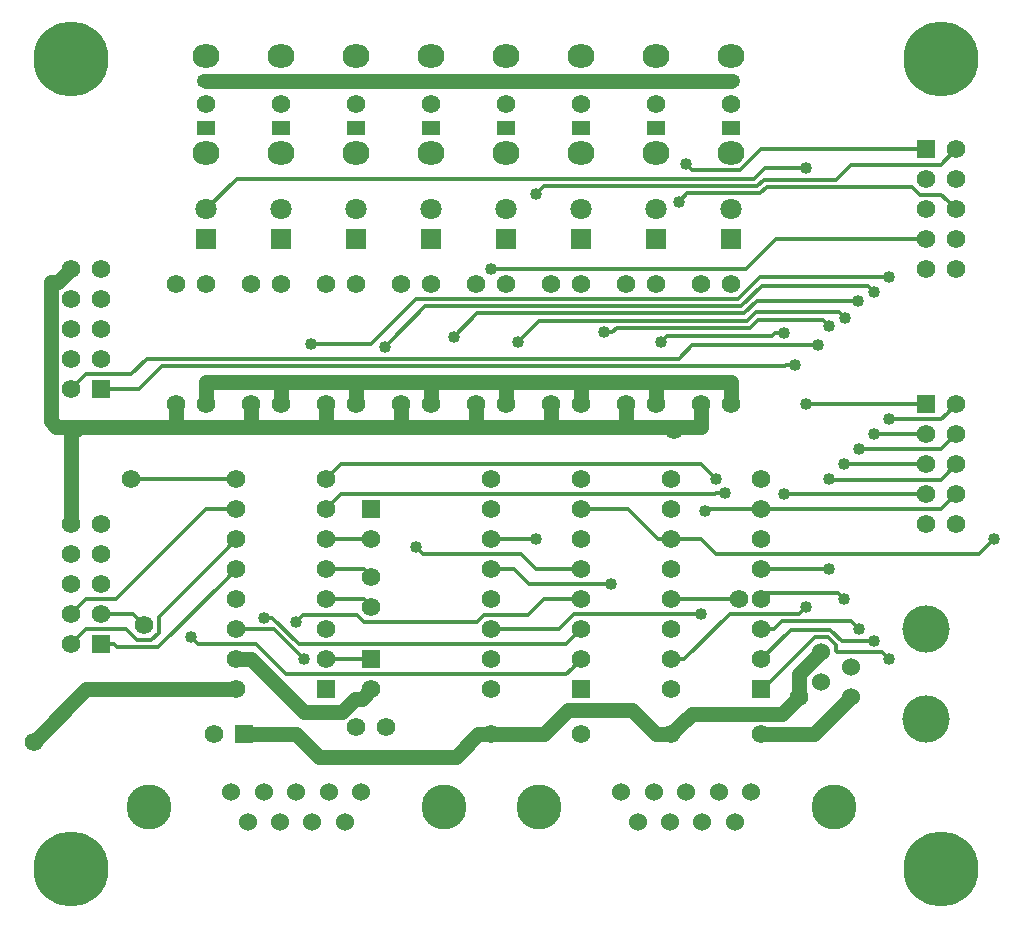
<source format=gbr>
G04 #@! TF.GenerationSoftware,KiCad,Pcbnew,(5.1.0-1546-g4fcfd266e)*
G04 #@! TF.CreationDate,2019-09-02T12:51:06-07:00*
G04 #@! TF.ProjectId,300-1005,3330302d-3130-4303-952e-6b696361645f,rev?*
G04 #@! TF.SameCoordinates,Original*
G04 #@! TF.FileFunction,Copper,L1,Top*
G04 #@! TF.FilePolarity,Positive*
%FSLAX46Y46*%
G04 Gerber Fmt 4.6, Leading zero omitted, Abs format (unit mm)*
G04 Created by KiCad (PCBNEW (5.1.0-1546-g4fcfd266e)) date 2019-09-02 12:51:06*
%MOMM*%
%LPD*%
G04 APERTURE LIST*
%ADD10C,1.574800*%
%ADD11R,1.574800X1.574800*%
%ADD12O,2.286000X2.000000*%
%ADD13O,1.574800X1.200000*%
%ADD14R,1.574800X1.200000*%
%ADD15C,6.350000*%
%ADD16C,1.524000*%
%ADD17C,4.000000*%
%ADD18C,1.800000*%
%ADD19R,1.800000X1.800000*%
%ADD20C,3.810000*%
%ADD21C,1.016000*%
%ADD22C,0.304800*%
%ADD23C,1.270000*%
G04 APERTURE END LIST*
D10*
X156210000Y-62230000D03*
X148590000Y-62230000D03*
X156210000Y-64770000D03*
X148590000Y-64770000D03*
X156210000Y-67310000D03*
X148590000Y-67310000D03*
X156210000Y-69850000D03*
X148590000Y-69850000D03*
X156210000Y-72390000D03*
X148590000Y-72390000D03*
X156210000Y-74930000D03*
X148590000Y-74930000D03*
X156210000Y-77470000D03*
X148590000Y-77470000D03*
D11*
X156210000Y-80010000D03*
D10*
X148590000Y-80010000D03*
X171450000Y-62230000D03*
X163830000Y-62230000D03*
X171450000Y-64770000D03*
X163830000Y-64770000D03*
X171450000Y-67310000D03*
X163830000Y-67310000D03*
X171450000Y-69850000D03*
X163830000Y-69850000D03*
X171450000Y-72390000D03*
X163830000Y-72390000D03*
X171450000Y-74930000D03*
X163830000Y-74930000D03*
X171450000Y-77470000D03*
X163830000Y-77470000D03*
D11*
X171450000Y-80010000D03*
D10*
X163830000Y-80010000D03*
D12*
X168910000Y-26365200D03*
X168910000Y-34594800D03*
D13*
X168910000Y-28473400D03*
D10*
X168910000Y-30480000D03*
D14*
X168910000Y-32486600D03*
D12*
X162560000Y-26365200D03*
X162560000Y-34594800D03*
D13*
X162560000Y-28473400D03*
D10*
X162560000Y-30480000D03*
D14*
X162560000Y-32486600D03*
D12*
X156210000Y-26365200D03*
X156210000Y-34594800D03*
D13*
X156210000Y-28473400D03*
D10*
X156210000Y-30480000D03*
D14*
X156210000Y-32486600D03*
D12*
X149860000Y-26365200D03*
X149860000Y-34594800D03*
D13*
X149860000Y-28473400D03*
D10*
X149860000Y-30480000D03*
D14*
X149860000Y-32486600D03*
D12*
X143510000Y-26365200D03*
X143510000Y-34594800D03*
D13*
X143510000Y-28473400D03*
D10*
X143510000Y-30480000D03*
D14*
X143510000Y-32486600D03*
D12*
X137160000Y-26365200D03*
X137160000Y-34594800D03*
D13*
X137160000Y-28473400D03*
D10*
X137160000Y-30480000D03*
D14*
X137160000Y-32486600D03*
D12*
X130810000Y-26365200D03*
X130810000Y-34594800D03*
D13*
X130810000Y-28473400D03*
D10*
X130810000Y-30480000D03*
D14*
X130810000Y-32486600D03*
D12*
X124460000Y-26365200D03*
X124460000Y-34594800D03*
D13*
X124460000Y-28473400D03*
D10*
X124460000Y-30480000D03*
D14*
X124460000Y-32486600D03*
D10*
X166370000Y-55880000D03*
X166370000Y-45720000D03*
X160020000Y-55880000D03*
X160020000Y-45720000D03*
X153670000Y-55880000D03*
X153670000Y-45720000D03*
X147320000Y-55880000D03*
X147320000Y-45720000D03*
X140970000Y-55880000D03*
X140970000Y-45720000D03*
X134620000Y-55880000D03*
X134620000Y-45720000D03*
X128270000Y-55880000D03*
X128270000Y-45720000D03*
X121920000Y-55880000D03*
X121920000Y-45720000D03*
X168910000Y-55880000D03*
X168910000Y-45720000D03*
X162560000Y-55880000D03*
X162560000Y-45720000D03*
X156210000Y-55880000D03*
X156210000Y-45720000D03*
X149860000Y-55880000D03*
X149860000Y-45720000D03*
X143510000Y-55880000D03*
X143510000Y-45720000D03*
X137160000Y-55880000D03*
X137160000Y-45720000D03*
X130810000Y-55880000D03*
X130810000Y-45720000D03*
X124460000Y-55880000D03*
X124460000Y-45720000D03*
D15*
X113030000Y-95250000D03*
X186690000Y-26670000D03*
X186690000Y-95250000D03*
X113030000Y-26670000D03*
D10*
X187960000Y-66040000D03*
X185420000Y-66040000D03*
X187960000Y-63500000D03*
X185420000Y-63500000D03*
X187960000Y-60960000D03*
X185420000Y-60960000D03*
X187960000Y-58420000D03*
X185420000Y-58420000D03*
X187960000Y-55880000D03*
D11*
X185420000Y-55880000D03*
D10*
X187960000Y-44450000D03*
X185420000Y-44450000D03*
X187960000Y-41910000D03*
X185420000Y-41910000D03*
X187960000Y-39370000D03*
X185420000Y-39370000D03*
X187960000Y-36830000D03*
X185420000Y-36830000D03*
X187960000Y-34290000D03*
D11*
X185420000Y-34290000D03*
D16*
X179070000Y-80645000D03*
X176530000Y-79375000D03*
X179070000Y-78105000D03*
X176530000Y-76835000D03*
D17*
X185420000Y-74930000D03*
X185420000Y-82550000D03*
D18*
X168910000Y-39370000D03*
D19*
X168910000Y-41910000D03*
D18*
X162560000Y-39370000D03*
D19*
X162560000Y-41910000D03*
D18*
X156210000Y-39370000D03*
D19*
X156210000Y-41910000D03*
D18*
X149860000Y-39370000D03*
D19*
X149860000Y-41910000D03*
D18*
X143510000Y-39370000D03*
D19*
X143510000Y-41910000D03*
D18*
X137160000Y-39370000D03*
D19*
X137160000Y-41910000D03*
D18*
X130810000Y-39370000D03*
D19*
X130810000Y-41910000D03*
D18*
X124460000Y-39370000D03*
D19*
X124460000Y-41910000D03*
D10*
X156210000Y-83820000D03*
X148590000Y-83820000D03*
X171450000Y-83820000D03*
X163830000Y-83820000D03*
D11*
X127635000Y-83820000D03*
D10*
X125095000Y-83820000D03*
X134620000Y-62230000D03*
X127000000Y-62230000D03*
X134620000Y-64770000D03*
X127000000Y-64770000D03*
X134620000Y-67310000D03*
X127000000Y-67310000D03*
X134620000Y-69850000D03*
X127000000Y-69850000D03*
X134620000Y-72390000D03*
X127000000Y-72390000D03*
X134620000Y-74930000D03*
X127000000Y-74930000D03*
X134620000Y-77470000D03*
X127000000Y-77470000D03*
D11*
X134620000Y-80010000D03*
D10*
X127000000Y-80010000D03*
X113030000Y-66040000D03*
X115570000Y-66040000D03*
X113030000Y-68580000D03*
X115570000Y-68580000D03*
X113030000Y-71120000D03*
X115570000Y-71120000D03*
X113030000Y-73660000D03*
X115570000Y-73660000D03*
X113030000Y-76200000D03*
D11*
X115570000Y-76200000D03*
D10*
X113030000Y-44450000D03*
X115570000Y-44450000D03*
X113030000Y-46990000D03*
X115570000Y-46990000D03*
X113030000Y-49530000D03*
X115570000Y-49530000D03*
X113030000Y-52070000D03*
X115570000Y-52070000D03*
X113030000Y-54610000D03*
D11*
X115570000Y-54610000D03*
D20*
X152600000Y-89930000D03*
X177600000Y-89930000D03*
D16*
X160990000Y-91200000D03*
X163730000Y-91200000D03*
X166470000Y-91200000D03*
X169210000Y-91200000D03*
X159620000Y-88660000D03*
X162360000Y-88660000D03*
X165100000Y-88660000D03*
X167840000Y-88660000D03*
X170580000Y-88660000D03*
D20*
X119580000Y-89930000D03*
X144580000Y-89930000D03*
D16*
X127970000Y-91200000D03*
X130710000Y-91200000D03*
X133450000Y-91200000D03*
X136190000Y-91200000D03*
X126600000Y-88660000D03*
X129340000Y-88660000D03*
X132080000Y-88660000D03*
X134820000Y-88660000D03*
X137560000Y-88660000D03*
D11*
X138430000Y-77470000D03*
D10*
X138430000Y-80010000D03*
X138430000Y-70485000D03*
X138430000Y-73025000D03*
D11*
X138430000Y-64770000D03*
D10*
X138430000Y-67310000D03*
X139700000Y-83185000D03*
X137160000Y-83185000D03*
D21*
X129318655Y-73964790D03*
X132715000Y-77470000D03*
D10*
X164033941Y-58008217D03*
X174625000Y-80645000D03*
D21*
X175260000Y-35890179D03*
X162940968Y-50634113D03*
X164465000Y-38735000D03*
X148590000Y-44450000D03*
X191135000Y-67310000D03*
X150861602Y-50610313D03*
X152400000Y-38100000D03*
X166674820Y-64871267D03*
X165100000Y-35560000D03*
X168376024Y-63409575D03*
X167640000Y-62230000D03*
X166370000Y-73660000D03*
X158750000Y-71120000D03*
X152400000Y-67310000D03*
X123190000Y-75565000D03*
X132080000Y-74295000D03*
X142240000Y-67945000D03*
X174294790Y-52515313D03*
X176225210Y-50867022D03*
X182245000Y-45085000D03*
X158142475Y-49784043D03*
X139560437Y-51034577D03*
X133350000Y-50800000D03*
X179686944Y-47123912D03*
X180975000Y-46355000D03*
X178523684Y-48539422D03*
X145415000Y-50165000D03*
X177165000Y-49225210D03*
X173355000Y-49860210D03*
D10*
X169569545Y-72389991D03*
D21*
X175260000Y-73025000D03*
X175260000Y-55880000D03*
X180975000Y-75920589D03*
X182245000Y-77470000D03*
X182244987Y-57150000D03*
X180975000Y-58420000D03*
X179705000Y-74930000D03*
X179705000Y-59690000D03*
X178435000Y-72390000D03*
X178435000Y-60960000D03*
X177165000Y-69850000D03*
X177165000Y-62230000D03*
X173355000Y-63500000D03*
D10*
X119202210Y-74599720D03*
X109855000Y-84455000D03*
X118110000Y-62230000D03*
D22*
X156210000Y-74930000D02*
X154940000Y-76200000D01*
X154940000Y-78740000D02*
X155422601Y-78257399D01*
X128652481Y-76174601D02*
X131217880Y-78740000D01*
X154940000Y-76200000D02*
X132307120Y-76200000D01*
X131217880Y-78740000D02*
X154940000Y-78740000D01*
X155422601Y-78257399D02*
X156210000Y-77470000D01*
X123190000Y-75565000D02*
X123799601Y-76174601D01*
X130037075Y-73964790D02*
X129318655Y-73964790D01*
X123799601Y-76174601D02*
X128652481Y-76174601D01*
X132307120Y-76200000D02*
X130071910Y-73964790D01*
X130071910Y-73964790D02*
X130037075Y-73964790D01*
X132715000Y-77470000D02*
X130175000Y-74930000D01*
X130175000Y-74930000D02*
X127000000Y-74930000D01*
X179044601Y-35585399D02*
X177774611Y-36855389D01*
X177774611Y-36855389D02*
X171658089Y-36855389D01*
X187960000Y-34290000D02*
X186664601Y-35585399D01*
X186664601Y-35585399D02*
X179044601Y-35585399D01*
X171362799Y-38012799D02*
X171910598Y-37465000D01*
X184873389Y-38125399D02*
X186715399Y-38125399D01*
X171658089Y-36855389D02*
X171110290Y-37403188D01*
X171110290Y-37403188D02*
X153096812Y-37403188D01*
X170857781Y-36793577D02*
X171761179Y-35890179D01*
X127036423Y-36793577D02*
X170857781Y-36793577D01*
X184212990Y-37465000D02*
X184873389Y-38125399D01*
X171761179Y-35890179D02*
X174541580Y-35890179D01*
X124460000Y-39370000D02*
X127036423Y-36793577D01*
X152907999Y-37592001D02*
X152400000Y-38100000D01*
X174541580Y-35890179D02*
X175260000Y-35890179D01*
X153096812Y-37403188D02*
X152907999Y-37592001D01*
X171910598Y-37465000D02*
X184212990Y-37465000D01*
X186715399Y-38125399D02*
X187172601Y-38582601D01*
X187172601Y-38582601D02*
X187960000Y-39370000D01*
X164465000Y-38735000D02*
X165187201Y-38012799D01*
X165187201Y-38012799D02*
X171362799Y-38012799D01*
X173355000Y-49860210D02*
X172636580Y-49860210D01*
X172636580Y-49860210D02*
X172370676Y-50126114D01*
X172370676Y-50126114D02*
X163448967Y-50126114D01*
X163448967Y-50126114D02*
X162940968Y-50634113D01*
X170180000Y-44450000D02*
X148590000Y-44450000D01*
X172720000Y-41910000D02*
X170180000Y-44450000D01*
X185420000Y-41910000D02*
X172720000Y-41910000D01*
X160176449Y-64770000D02*
X156210000Y-64770000D01*
X163830000Y-67310000D02*
X162716449Y-67310000D01*
X162716449Y-67310000D02*
X160176449Y-64770000D01*
X166370000Y-67310000D02*
X163830000Y-67310000D01*
X167614601Y-68554601D02*
X166370000Y-67310000D01*
X191135000Y-67310000D02*
X189890399Y-68554601D01*
X189890399Y-68554601D02*
X167614601Y-68554601D01*
X151369601Y-50102314D02*
X150861602Y-50610313D01*
X178523684Y-48539422D02*
X178015685Y-48031423D01*
X170264937Y-48793433D02*
X152678482Y-48793433D01*
X171026947Y-48031423D02*
X170264937Y-48793433D01*
X152678482Y-48793433D02*
X151369601Y-50102314D01*
X178015685Y-48031423D02*
X171026947Y-48031423D01*
X171450000Y-64770000D02*
X166776087Y-64770000D01*
X166776087Y-64770000D02*
X166674820Y-64871267D01*
X171418606Y-34290000D02*
X169656596Y-36052010D01*
X185420000Y-34290000D02*
X171418606Y-34290000D01*
X169656596Y-36052010D02*
X165592010Y-36052010D01*
X165592010Y-36052010D02*
X165100000Y-35560000D01*
X166370000Y-60960000D02*
X135890000Y-60960000D01*
X135890000Y-60960000D02*
X134620000Y-62230000D01*
X167640000Y-62230000D02*
X166370000Y-60960000D01*
X135890000Y-63500000D02*
X167567179Y-63500000D01*
X134620000Y-64770000D02*
X135890000Y-63500000D01*
X167657604Y-63409575D02*
X168376024Y-63409575D01*
X167567179Y-63500000D02*
X167657604Y-63409575D01*
X149703551Y-74930000D02*
X148590000Y-74930000D01*
X155637990Y-73660000D02*
X154367990Y-74930000D01*
X166370000Y-73660000D02*
X155637990Y-73660000D01*
X154367990Y-74930000D02*
X149703551Y-74930000D01*
X175260000Y-73025000D02*
X174650399Y-73634601D01*
X174650399Y-73634601D02*
X168778950Y-73634601D01*
X164943551Y-77470000D02*
X163830000Y-77470000D01*
X168778950Y-73634601D02*
X164943551Y-77470000D01*
X150495000Y-69850000D02*
X148590000Y-69850000D01*
X151765000Y-71120000D02*
X150495000Y-69850000D01*
X158750000Y-71120000D02*
X151765000Y-71120000D01*
X152400000Y-67310000D02*
X148590000Y-67310000D01*
X147992591Y-73685399D02*
X151739601Y-73685399D01*
X147408389Y-74269601D02*
X147992591Y-73685399D01*
X137832591Y-74269601D02*
X147408389Y-74269601D01*
X137248389Y-73685399D02*
X137832591Y-74269601D01*
X132080000Y-74295000D02*
X132689601Y-73685399D01*
X132689601Y-73685399D02*
X137248389Y-73685399D01*
X151739601Y-73685399D02*
X153035000Y-72390000D01*
X153035000Y-72390000D02*
X156210000Y-72390000D01*
X152400000Y-69850000D02*
X156210000Y-69850000D01*
X151104601Y-68554601D02*
X152400000Y-69850000D01*
X142240000Y-67945000D02*
X142849601Y-68554601D01*
X142849601Y-68554601D02*
X151104601Y-68554601D01*
X173482295Y-52609388D02*
X173576370Y-52515313D01*
X114300000Y-53340000D02*
X118110000Y-53340000D01*
X113030000Y-54610000D02*
X114300000Y-53340000D01*
X175506790Y-50867022D02*
X176225210Y-50867022D01*
X119450222Y-51999778D02*
X164491315Y-51999778D01*
X118745000Y-54610000D02*
X120745612Y-52609388D01*
X120745612Y-52609388D02*
X173482295Y-52609388D01*
X173576370Y-52515313D02*
X174294790Y-52515313D01*
X115570000Y-54610000D02*
X118745000Y-54610000D01*
X118110000Y-53340000D02*
X119450222Y-51999778D01*
X164491315Y-51999778D02*
X165624071Y-50867022D01*
X165624071Y-50867022D02*
X175506790Y-50867022D01*
X171387010Y-45085000D02*
X182245000Y-45085000D01*
X143020802Y-47574212D02*
X140068436Y-50526578D01*
X145415000Y-50165000D02*
X147396177Y-48183823D01*
X170012427Y-48183823D02*
X171072338Y-47123912D01*
X171072338Y-47123912D02*
X178968524Y-47123912D01*
X178968524Y-47123912D02*
X179686944Y-47123912D01*
X169759918Y-47574212D02*
X143020802Y-47574212D01*
X159241895Y-49403043D02*
X158860895Y-49784043D01*
X140068436Y-50526578D02*
X139560437Y-51034577D01*
X171203279Y-48717211D02*
X170517447Y-49403043D01*
X170517447Y-49403043D02*
X159241895Y-49403043D01*
X177165000Y-49225210D02*
X176657001Y-48717211D01*
X147396177Y-48183823D02*
X170012427Y-48183823D01*
X180467001Y-45847001D02*
X171487129Y-45847001D01*
X176657001Y-48717211D02*
X171203279Y-48717211D01*
X180975000Y-46355000D02*
X180467001Y-45847001D01*
X158860895Y-49784043D02*
X158142475Y-49784043D01*
X171487129Y-45847001D02*
X169759918Y-47574212D01*
X167614601Y-46964601D02*
X169507409Y-46964601D01*
X169507409Y-46964601D02*
X171387010Y-45085000D01*
X142265399Y-46964601D02*
X167614601Y-46964601D01*
X138430000Y-50800000D02*
X142265399Y-46964601D01*
X137795000Y-50800000D02*
X138430000Y-50800000D01*
X133350000Y-50800000D02*
X137795000Y-50800000D01*
X172563551Y-74930000D02*
X171450000Y-74930000D01*
X179019212Y-74244212D02*
X173249339Y-74244212D01*
X179705000Y-74930000D02*
X179019212Y-74244212D01*
X169569536Y-72390000D02*
X169569545Y-72389991D01*
X163830000Y-72390000D02*
X169569536Y-72390000D01*
X173249339Y-74244212D02*
X172563551Y-74930000D01*
X178435000Y-72390000D02*
X177927001Y-71882001D01*
X177927001Y-71882001D02*
X171957999Y-71882001D01*
X171957999Y-71882001D02*
X171450000Y-72390000D01*
X185420000Y-55880000D02*
X175260000Y-55880000D01*
X172185582Y-79375000D02*
X172085000Y-79375000D01*
X172085000Y-79375000D02*
X171450000Y-80010000D01*
D23*
X176530000Y-76835000D02*
X174625000Y-78740000D01*
X174625000Y-78740000D02*
X174625000Y-80645000D01*
X174625000Y-80645000D02*
X173177201Y-82092799D01*
X173177201Y-82092799D02*
X165557201Y-82092799D01*
X164617399Y-83032601D02*
X163830000Y-83820000D01*
X165557201Y-82092799D02*
X164617399Y-83032601D01*
D22*
X177064418Y-75565000D02*
X175995582Y-75565000D01*
X175995582Y-75565000D02*
X172185582Y-79375000D01*
X177316927Y-74955389D02*
X178282127Y-75920589D01*
X178282127Y-75920589D02*
X180256580Y-75920589D01*
X180256580Y-75920589D02*
X180975000Y-75920589D01*
X171450000Y-77470000D02*
X173964611Y-74955389D01*
X173964611Y-74955389D02*
X177316927Y-74955389D01*
X177850799Y-76885799D02*
X177749201Y-76784201D01*
X177749201Y-76784201D02*
X177749201Y-76249783D01*
X177749201Y-76249783D02*
X177064418Y-75565000D01*
X182245000Y-77470000D02*
X181660799Y-76885799D01*
X181660799Y-76885799D02*
X177850799Y-76885799D01*
X186690000Y-57150000D02*
X182244987Y-57150000D01*
X187172601Y-56667399D02*
X186690000Y-57150000D01*
X187960000Y-55880000D02*
X187172601Y-56667399D01*
X185420000Y-58420000D02*
X180975000Y-58420000D01*
X186690000Y-59690000D02*
X179705000Y-59690000D01*
X187960000Y-58420000D02*
X186690000Y-59690000D01*
X185420000Y-60960000D02*
X178435000Y-60960000D01*
X177165000Y-69850000D02*
X171450000Y-69850000D01*
X186664601Y-62255399D02*
X177190399Y-62255399D01*
X187172601Y-61747399D02*
X186664601Y-62255399D01*
X177190399Y-62255399D02*
X177165000Y-62230000D01*
X187960000Y-60960000D02*
X187172601Y-61747399D01*
X185420000Y-63500000D02*
X173355000Y-63500000D01*
X171450000Y-64770000D02*
X186690000Y-64770000D01*
X186690000Y-64770000D02*
X187960000Y-63500000D01*
D23*
X113665000Y-57785000D02*
X111760000Y-57785000D01*
X121920000Y-57785000D02*
X113665000Y-57785000D01*
X113665000Y-57785000D02*
X113030000Y-58420000D01*
X113030000Y-58420000D02*
X113030000Y-66040000D01*
X111302799Y-45542201D02*
X111937799Y-45542201D01*
X111937799Y-45542201D02*
X113030000Y-44450000D01*
X111760000Y-57785000D02*
X111302799Y-57327799D01*
X111302799Y-57327799D02*
X111302799Y-45542201D01*
X171450000Y-83820000D02*
X175895000Y-83820000D01*
X175895000Y-83820000D02*
X179070000Y-80645000D01*
X133985000Y-85725000D02*
X132080000Y-83820000D01*
X132080000Y-83820000D02*
X127635000Y-83820000D01*
X145571449Y-85725000D02*
X133985000Y-85725000D01*
X148590000Y-83820000D02*
X147476449Y-83820000D01*
X147476449Y-83820000D02*
X145571449Y-85725000D01*
X162560000Y-83820000D02*
X160477201Y-81737201D01*
X163830000Y-83820000D02*
X162560000Y-83820000D01*
X160477201Y-81737201D02*
X155117799Y-81737201D01*
X155117799Y-81737201D02*
X153035000Y-83820000D01*
X153035000Y-83820000D02*
X148590000Y-83820000D01*
D22*
X115570000Y-76200000D02*
X116662200Y-76200000D01*
X115570000Y-73660000D02*
X118262490Y-73660000D01*
X126212601Y-70637399D02*
X127000000Y-69850000D01*
X118262490Y-73660000D02*
X118414811Y-73812321D01*
X120446811Y-73863189D02*
X126212601Y-68097399D01*
X126212601Y-68097399D02*
X127000000Y-67310000D01*
X119799619Y-75844321D02*
X120446811Y-75197129D01*
X118414811Y-73812321D02*
X119202210Y-74599720D01*
X118577709Y-75844321D02*
X119799619Y-75844321D01*
X114290881Y-74939119D02*
X117672507Y-74939119D01*
X120446811Y-75197129D02*
X120446811Y-73863189D01*
X113030000Y-76200000D02*
X114290881Y-74939119D01*
X116662200Y-76200000D02*
X116916131Y-76453931D01*
X120396069Y-76453931D02*
X126212601Y-70637399D01*
X117672507Y-74939119D02*
X118577709Y-75844321D01*
X116916131Y-76453931D02*
X120396069Y-76453931D01*
D23*
X109855000Y-84455000D02*
X114300000Y-80010000D01*
X114300000Y-80010000D02*
X127000000Y-80010000D01*
D22*
X134620000Y-77470000D02*
X138430000Y-77470000D01*
X134620000Y-67310000D02*
X138430000Y-67310000D01*
X134620000Y-69850000D02*
X137795000Y-69850000D01*
X137795000Y-69850000D02*
X138430000Y-70485000D01*
X134620000Y-72390000D02*
X137795000Y-72390000D01*
X137795000Y-72390000D02*
X138430000Y-73025000D01*
D23*
X132715000Y-81915000D02*
X135981442Y-81915000D01*
X135981442Y-81915000D02*
X137099043Y-80797399D01*
X137099043Y-80797399D02*
X137642601Y-80797399D01*
X137642601Y-80797399D02*
X138430000Y-80010000D01*
X128270000Y-77470000D02*
X132715000Y-81915000D01*
X127000000Y-77470000D02*
X128270000Y-77470000D01*
D22*
X116840000Y-72390000D02*
X124460000Y-64770000D01*
X124460000Y-64770000D02*
X127000000Y-64770000D01*
X114300000Y-72390000D02*
X116840000Y-72390000D01*
X113030000Y-73660000D02*
X114300000Y-72390000D01*
X118110000Y-62230000D02*
X127000000Y-62230000D01*
D23*
X130810000Y-28473400D02*
X124460000Y-28473400D01*
X137160000Y-28473400D02*
X130810000Y-28473400D01*
X143510000Y-28473400D02*
X137160000Y-28473400D01*
X149860000Y-28473400D02*
X143510000Y-28473400D01*
X156210000Y-28473400D02*
X149860000Y-28473400D01*
X162560000Y-28473400D02*
X156210000Y-28473400D01*
X168910000Y-28473400D02*
X162560000Y-28473400D01*
X121920000Y-57785000D02*
X121920000Y-55880000D01*
X128270000Y-57785000D02*
X121920000Y-57785000D01*
X128270000Y-57785000D02*
X128270000Y-55880000D01*
X134620000Y-57785000D02*
X128270000Y-57785000D01*
X134620000Y-57785000D02*
X134620000Y-55880000D01*
X140970000Y-57785000D02*
X134620000Y-57785000D01*
X140970000Y-57785000D02*
X140970000Y-55880000D01*
X147320000Y-57785000D02*
X140970000Y-57785000D01*
X147320000Y-57785000D02*
X147320000Y-55880000D01*
X153670000Y-57785000D02*
X147320000Y-57785000D01*
X153670000Y-57785000D02*
X153670000Y-55880000D01*
X160020000Y-57785000D02*
X153670000Y-57785000D01*
X160020000Y-57785000D02*
X160020000Y-55880000D01*
X166370000Y-57785000D02*
X160020000Y-57785000D01*
X166370000Y-55880000D02*
X166370000Y-57785000D01*
X168910000Y-53975000D02*
X168910000Y-55880000D01*
X162560000Y-53975000D02*
X168910000Y-53975000D01*
X162560000Y-53975000D02*
X162560000Y-55880000D01*
X156210000Y-53975000D02*
X162560000Y-53975000D01*
X156210000Y-53975000D02*
X156210000Y-55880000D01*
X149860000Y-53975000D02*
X156210000Y-53975000D01*
X149860000Y-53975000D02*
X149860000Y-55880000D01*
X143510000Y-53975000D02*
X149860000Y-53975000D01*
X143510000Y-53975000D02*
X143510000Y-55880000D01*
X137160000Y-53975000D02*
X143510000Y-53975000D01*
X137160000Y-53975000D02*
X137160000Y-55880000D01*
X130810000Y-53975000D02*
X137160000Y-53975000D01*
X124460000Y-53975000D02*
X130810000Y-53975000D01*
X124460000Y-55880000D02*
X124460000Y-53975000D01*
X130810000Y-53975000D02*
X130810000Y-55880000D01*
M02*

</source>
